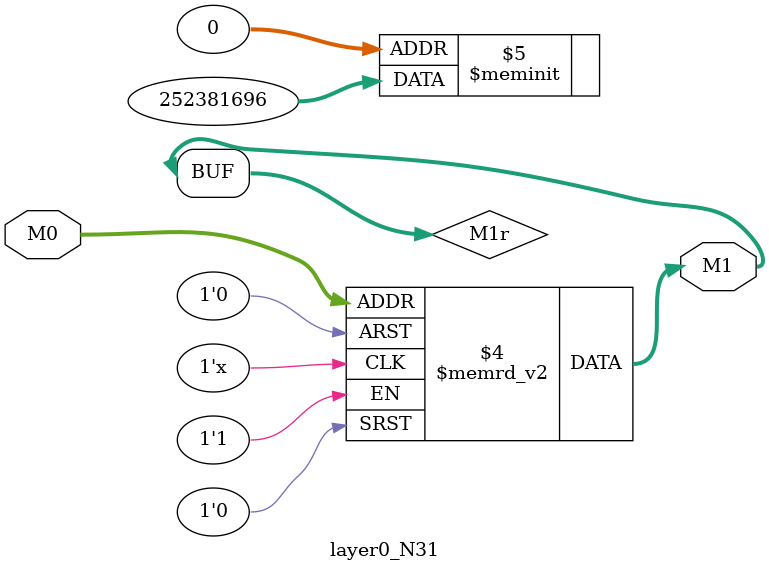
<source format=v>
module layer0_N31 ( input [3:0] M0, output [1:0] M1 );

	(*rom_style = "distributed" *) reg [1:0] M1r;
	assign M1 = M1r;
	always @ (M0) begin
		case (M0)
			4'b0000: M1r = 2'b00;
			4'b1000: M1r = 2'b11;
			4'b0100: M1r = 2'b10;
			4'b1100: M1r = 2'b11;
			4'b0010: M1r = 2'b00;
			4'b1010: M1r = 2'b00;
			4'b0110: M1r = 2'b00;
			4'b1110: M1r = 2'b00;
			4'b0001: M1r = 2'b00;
			4'b1001: M1r = 2'b10;
			4'b0101: M1r = 2'b10;
			4'b1101: M1r = 2'b11;
			4'b0011: M1r = 2'b00;
			4'b1011: M1r = 2'b00;
			4'b0111: M1r = 2'b00;
			4'b1111: M1r = 2'b00;

		endcase
	end
endmodule

</source>
